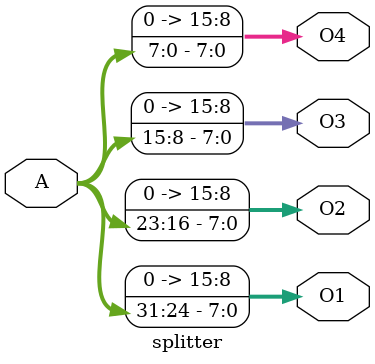
<source format=v>
`timescale 1ns / 1ps
module splitter(
    input [31:0] A,
    output [15:0] O1,
    output [15:0] O2,
    output [15:0] O3,
    output [15:0] O4
    );

	 assign O1 = A[31:24];
	 assign O2 = A[23:16];
	 assign O3 = A[15:8];
	 assign O4 = A[7:0];
endmodule

</source>
